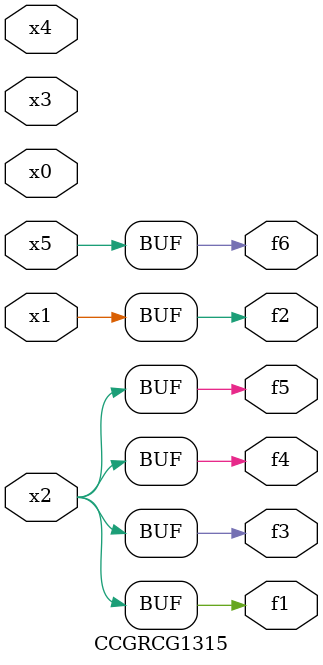
<source format=v>
module CCGRCG1315(
	input x0, x1, x2, x3, x4, x5,
	output f1, f2, f3, f4, f5, f6
);
	assign f1 = x2;
	assign f2 = x1;
	assign f3 = x2;
	assign f4 = x2;
	assign f5 = x2;
	assign f6 = x5;
endmodule

</source>
